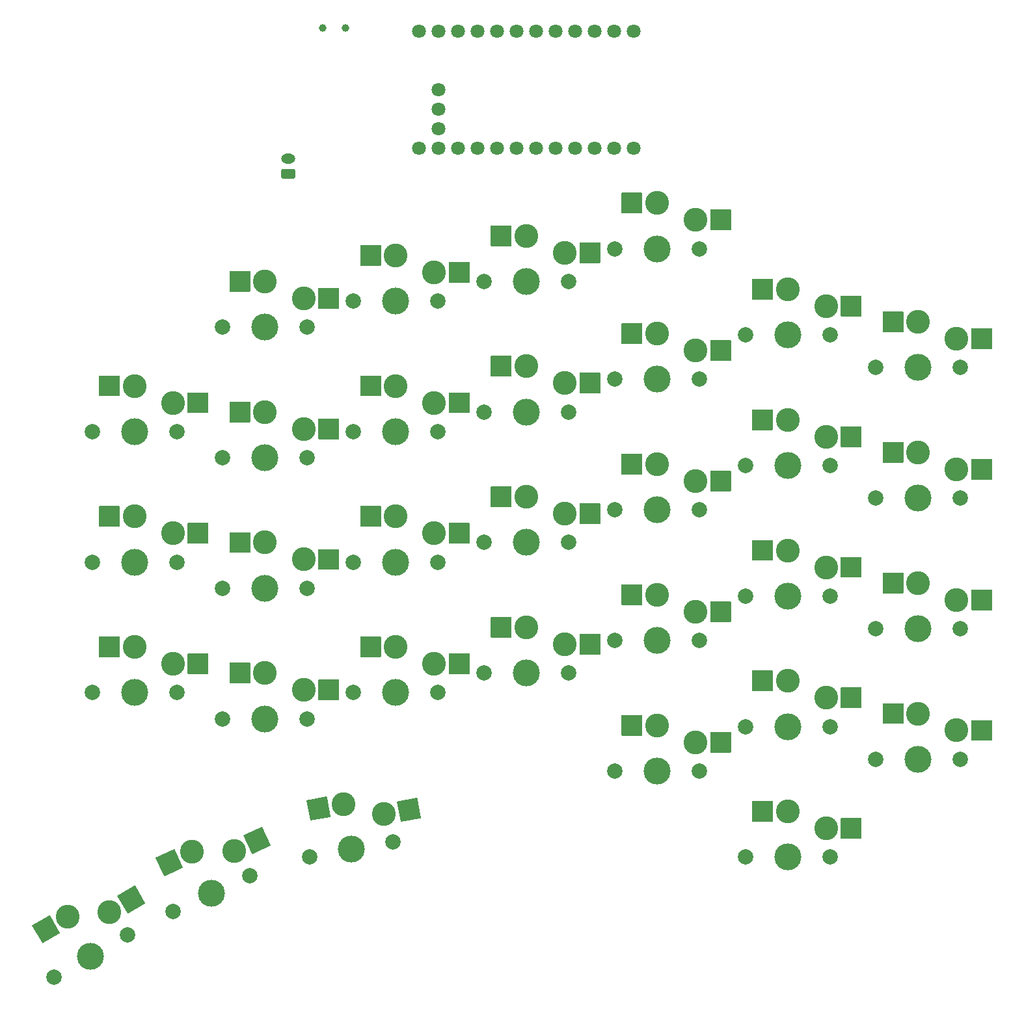
<source format=gbs>
G04 #@! TF.GenerationSoftware,KiCad,Pcbnew,8.0.8+1*
G04 #@! TF.CreationDate,2025-08-10T15:44:05+00:00*
G04 #@! TF.ProjectId,right_pcb,72696768-745f-4706-9362-2e6b69636164,v0.2*
G04 #@! TF.SameCoordinates,Original*
G04 #@! TF.FileFunction,Soldermask,Bot*
G04 #@! TF.FilePolarity,Negative*
%FSLAX46Y46*%
G04 Gerber Fmt 4.6, Leading zero omitted, Abs format (unit mm)*
G04 Created by KiCad (PCBNEW 8.0.8+1) date 2025-08-10 15:44:05*
%MOMM*%
%LPD*%
G01*
G04 APERTURE LIST*
%ADD10O,1.850000X1.300000*%
%ADD11C,1.800000*%
%ADD12C,1.000000*%
%ADD13C,2.000000*%
%ADD14C,3.100000*%
%ADD15C,3.500000*%
G04 APERTURE END LIST*
G36*
G01*
X223665000Y-57420000D02*
X222335000Y-57420000D01*
G75*
G02*
X222075000Y-57160000I0J260000D01*
G01*
X222075000Y-56380000D01*
G75*
G02*
X222335000Y-56120000I260000J0D01*
G01*
X223665000Y-56120000D01*
G75*
G02*
X223925000Y-56380000I0J-260000D01*
G01*
X223925000Y-57160000D01*
G75*
G02*
X223665000Y-57420000I-260000J0D01*
G01*
G37*
D10*
X223000000Y-54770000D03*
D11*
X267950000Y-53390000D03*
X265410000Y-53390000D03*
X262870000Y-53390000D03*
X260330000Y-53390000D03*
X257790000Y-53390000D03*
X255250000Y-53390000D03*
X252710000Y-53390000D03*
X250170000Y-53390000D03*
X247630000Y-53390000D03*
X245090000Y-53390000D03*
X242550000Y-53390000D03*
X240010000Y-53390000D03*
X240010000Y-38150000D03*
X242550000Y-38150000D03*
X245090000Y-38150000D03*
X247630000Y-38150000D03*
X250170000Y-38150000D03*
X252710000Y-38150000D03*
X255250000Y-38150000D03*
X257790000Y-38150000D03*
X260330000Y-38150000D03*
X262870000Y-38150000D03*
X265410000Y-38150000D03*
X267950000Y-38150000D03*
X242550000Y-50850000D03*
X242550000Y-48310000D03*
X242550000Y-45770000D03*
D12*
X227500000Y-37745000D03*
X230500000Y-37745000D03*
D13*
X214500000Y-93730000D03*
D14*
X220000000Y-87780000D03*
D15*
X220000000Y-93730000D03*
D14*
X225000000Y-89980000D03*
D13*
X225500000Y-93730000D03*
G36*
G01*
X215375000Y-89080000D02*
X215375000Y-86480000D01*
G75*
G02*
X215425000Y-86430000I50000J0D01*
G01*
X218025000Y-86430000D01*
G75*
G02*
X218075000Y-86480000I0J-50000D01*
G01*
X218075000Y-89080000D01*
G75*
G02*
X218025000Y-89130000I-50000J0D01*
G01*
X215425000Y-89130000D01*
G75*
G02*
X215375000Y-89080000I0J50000D01*
G01*
G37*
G36*
G01*
X226925000Y-91280000D02*
X226925000Y-88680000D01*
G75*
G02*
X226975000Y-88630000I50000J0D01*
G01*
X229575000Y-88630000D01*
G75*
G02*
X229625000Y-88680000I0J-50000D01*
G01*
X229625000Y-91280000D01*
G75*
G02*
X229575000Y-91330000I-50000J0D01*
G01*
X226975000Y-91330000D01*
G75*
G02*
X226925000Y-91280000I0J50000D01*
G01*
G37*
X248500000Y-87780000D03*
D14*
X254000000Y-81830000D03*
D15*
X254000000Y-87780000D03*
D14*
X259000000Y-84030000D03*
D13*
X259500000Y-87780000D03*
G36*
G01*
X249375000Y-83130000D02*
X249375000Y-80530000D01*
G75*
G02*
X249425000Y-80480000I50000J0D01*
G01*
X252025000Y-80480000D01*
G75*
G02*
X252075000Y-80530000I0J-50000D01*
G01*
X252075000Y-83130000D01*
G75*
G02*
X252025000Y-83180000I-50000J0D01*
G01*
X249425000Y-83180000D01*
G75*
G02*
X249375000Y-83130000I0J50000D01*
G01*
G37*
G36*
G01*
X260925000Y-85330000D02*
X260925000Y-82730000D01*
G75*
G02*
X260975000Y-82680000I50000J0D01*
G01*
X263575000Y-82680000D01*
G75*
G02*
X263625000Y-82730000I0J-50000D01*
G01*
X263625000Y-85330000D01*
G75*
G02*
X263575000Y-85380000I-50000J0D01*
G01*
X260975000Y-85380000D01*
G75*
G02*
X260925000Y-85330000I0J50000D01*
G01*
G37*
X299500000Y-133000000D03*
D14*
X305000000Y-127050000D03*
D15*
X305000000Y-133000000D03*
D14*
X310000000Y-129250000D03*
D13*
X310500000Y-133000000D03*
G36*
G01*
X300375000Y-128350000D02*
X300375000Y-125750000D01*
G75*
G02*
X300425000Y-125700000I50000J0D01*
G01*
X303025000Y-125700000D01*
G75*
G02*
X303075000Y-125750000I0J-50000D01*
G01*
X303075000Y-128350000D01*
G75*
G02*
X303025000Y-128400000I-50000J0D01*
G01*
X300425000Y-128400000D01*
G75*
G02*
X300375000Y-128350000I0J50000D01*
G01*
G37*
G36*
G01*
X311925000Y-130550000D02*
X311925000Y-127950000D01*
G75*
G02*
X311975000Y-127900000I50000J0D01*
G01*
X314575000Y-127900000D01*
G75*
G02*
X314625000Y-127950000I0J-50000D01*
G01*
X314625000Y-130550000D01*
G75*
G02*
X314575000Y-130600000I-50000J0D01*
G01*
X311975000Y-130600000D01*
G75*
G02*
X311925000Y-130550000I0J50000D01*
G01*
G37*
X231500000Y-73330000D03*
D14*
X237000000Y-67380000D03*
D15*
X237000000Y-73330000D03*
D14*
X242000000Y-69580000D03*
D13*
X242500000Y-73330000D03*
G36*
G01*
X232375000Y-68680000D02*
X232375000Y-66080000D01*
G75*
G02*
X232425000Y-66030000I50000J0D01*
G01*
X235025000Y-66030000D01*
G75*
G02*
X235075000Y-66080000I0J-50000D01*
G01*
X235075000Y-68680000D01*
G75*
G02*
X235025000Y-68730000I-50000J0D01*
G01*
X232425000Y-68730000D01*
G75*
G02*
X232375000Y-68680000I0J50000D01*
G01*
G37*
G36*
G01*
X243925000Y-70880000D02*
X243925000Y-68280000D01*
G75*
G02*
X243975000Y-68230000I50000J0D01*
G01*
X246575000Y-68230000D01*
G75*
G02*
X246625000Y-68280000I0J-50000D01*
G01*
X246625000Y-70880000D01*
G75*
G02*
X246575000Y-70930000I-50000J0D01*
G01*
X243975000Y-70930000D01*
G75*
G02*
X243925000Y-70880000I0J50000D01*
G01*
G37*
X192543555Y-161400170D03*
D14*
X194331695Y-153497319D03*
D15*
X197306695Y-158650170D03*
D14*
X199761822Y-152902575D03*
D13*
X202069835Y-155900170D03*
G36*
G01*
X190976328Y-156935652D02*
X189676328Y-154683986D01*
G75*
G02*
X189694629Y-154615685I43301J25000D01*
G01*
X191946295Y-153315685D01*
G75*
G02*
X192014596Y-153333986I25000J-43301D01*
G01*
X193314596Y-155585652D01*
G75*
G02*
X193296295Y-155653953I-43301J-25000D01*
G01*
X191044629Y-156953953D01*
G75*
G02*
X190976328Y-156935652I-25000J43301D01*
G01*
G37*
G36*
G01*
X202078921Y-153065908D02*
X200778921Y-150814242D01*
G75*
G02*
X200797222Y-150745941I43301J25000D01*
G01*
X203048888Y-149445941D01*
G75*
G02*
X203117189Y-149464242I25000J-43301D01*
G01*
X204417189Y-151715908D01*
G75*
G02*
X204398888Y-151784209I-43301J-25000D01*
G01*
X202147222Y-153084209D01*
G75*
G02*
X202078921Y-153065908I-25000J43301D01*
G01*
G37*
X231500000Y-124330000D03*
D14*
X237000000Y-118380000D03*
D15*
X237000000Y-124330000D03*
D14*
X242000000Y-120580000D03*
D13*
X242500000Y-124330000D03*
G36*
G01*
X232375000Y-119680000D02*
X232375000Y-117080000D01*
G75*
G02*
X232425000Y-117030000I50000J0D01*
G01*
X235025000Y-117030000D01*
G75*
G02*
X235075000Y-117080000I0J-50000D01*
G01*
X235075000Y-119680000D01*
G75*
G02*
X235025000Y-119730000I-50000J0D01*
G01*
X232425000Y-119730000D01*
G75*
G02*
X232375000Y-119680000I0J50000D01*
G01*
G37*
G36*
G01*
X243925000Y-121880000D02*
X243925000Y-119280000D01*
G75*
G02*
X243975000Y-119230000I50000J0D01*
G01*
X246575000Y-119230000D01*
G75*
G02*
X246625000Y-119280000I0J-50000D01*
G01*
X246625000Y-121880000D01*
G75*
G02*
X246575000Y-121930000I-50000J0D01*
G01*
X243975000Y-121930000D01*
G75*
G02*
X243925000Y-121880000I0J50000D01*
G01*
G37*
X299500000Y-116000000D03*
D14*
X305000000Y-110050000D03*
D15*
X305000000Y-116000000D03*
D14*
X310000000Y-112250000D03*
D13*
X310500000Y-116000000D03*
G36*
G01*
X300375000Y-111350000D02*
X300375000Y-108750000D01*
G75*
G02*
X300425000Y-108700000I50000J0D01*
G01*
X303025000Y-108700000D01*
G75*
G02*
X303075000Y-108750000I0J-50000D01*
G01*
X303075000Y-111350000D01*
G75*
G02*
X303025000Y-111400000I-50000J0D01*
G01*
X300425000Y-111400000D01*
G75*
G02*
X300375000Y-111350000I0J50000D01*
G01*
G37*
G36*
G01*
X311925000Y-113550000D02*
X311925000Y-110950000D01*
G75*
G02*
X311975000Y-110900000I50000J0D01*
G01*
X314575000Y-110900000D01*
G75*
G02*
X314625000Y-110950000I0J-50000D01*
G01*
X314625000Y-113550000D01*
G75*
G02*
X314575000Y-113600000I-50000J0D01*
G01*
X311975000Y-113600000D01*
G75*
G02*
X311925000Y-113550000I0J50000D01*
G01*
G37*
X299500000Y-82000000D03*
D14*
X305000000Y-76050000D03*
D15*
X305000000Y-82000000D03*
D14*
X310000000Y-78250000D03*
D13*
X310500000Y-82000000D03*
G36*
G01*
X300375000Y-77350000D02*
X300375000Y-74750000D01*
G75*
G02*
X300425000Y-74700000I50000J0D01*
G01*
X303025000Y-74700000D01*
G75*
G02*
X303075000Y-74750000I0J-50000D01*
G01*
X303075000Y-77350000D01*
G75*
G02*
X303025000Y-77400000I-50000J0D01*
G01*
X300425000Y-77400000D01*
G75*
G02*
X300375000Y-77350000I0J50000D01*
G01*
G37*
G36*
G01*
X311925000Y-79550000D02*
X311925000Y-76950000D01*
G75*
G02*
X311975000Y-76900000I50000J0D01*
G01*
X314575000Y-76900000D01*
G75*
G02*
X314625000Y-76950000I0J-50000D01*
G01*
X314625000Y-79550000D01*
G75*
G02*
X314575000Y-79600000I-50000J0D01*
G01*
X311975000Y-79600000D01*
G75*
G02*
X311925000Y-79550000I0J50000D01*
G01*
G37*
X282500000Y-128750000D03*
D14*
X288000000Y-122800000D03*
D15*
X288000000Y-128750000D03*
D14*
X293000000Y-125000000D03*
D13*
X293500000Y-128750000D03*
G36*
G01*
X283375000Y-124100000D02*
X283375000Y-121500000D01*
G75*
G02*
X283425000Y-121450000I50000J0D01*
G01*
X286025000Y-121450000D01*
G75*
G02*
X286075000Y-121500000I0J-50000D01*
G01*
X286075000Y-124100000D01*
G75*
G02*
X286025000Y-124150000I-50000J0D01*
G01*
X283425000Y-124150000D01*
G75*
G02*
X283375000Y-124100000I0J50000D01*
G01*
G37*
G36*
G01*
X294925000Y-126300000D02*
X294925000Y-123700000D01*
G75*
G02*
X294975000Y-123650000I50000J0D01*
G01*
X297575000Y-123650000D01*
G75*
G02*
X297625000Y-123700000I0J-50000D01*
G01*
X297625000Y-126300000D01*
G75*
G02*
X297575000Y-126350000I-50000J0D01*
G01*
X294975000Y-126350000D01*
G75*
G02*
X294925000Y-126300000I0J50000D01*
G01*
G37*
X248500000Y-121780000D03*
D14*
X254000000Y-115830000D03*
D15*
X254000000Y-121780000D03*
D14*
X259000000Y-118030000D03*
D13*
X259500000Y-121780000D03*
G36*
G01*
X249375000Y-117130000D02*
X249375000Y-114530000D01*
G75*
G02*
X249425000Y-114480000I50000J0D01*
G01*
X252025000Y-114480000D01*
G75*
G02*
X252075000Y-114530000I0J-50000D01*
G01*
X252075000Y-117130000D01*
G75*
G02*
X252025000Y-117180000I-50000J0D01*
G01*
X249425000Y-117180000D01*
G75*
G02*
X249375000Y-117130000I0J50000D01*
G01*
G37*
G36*
G01*
X260925000Y-119330000D02*
X260925000Y-116730000D01*
G75*
G02*
X260975000Y-116680000I50000J0D01*
G01*
X263575000Y-116680000D01*
G75*
G02*
X263625000Y-116730000I0J-50000D01*
G01*
X263625000Y-119330000D01*
G75*
G02*
X263575000Y-119380000I-50000J0D01*
G01*
X260975000Y-119380000D01*
G75*
G02*
X260925000Y-119330000I0J50000D01*
G01*
G37*
X214500000Y-127730000D03*
D14*
X220000000Y-121780000D03*
D15*
X220000000Y-127730000D03*
D14*
X225000000Y-123980000D03*
D13*
X225500000Y-127730000D03*
G36*
G01*
X215375000Y-123080000D02*
X215375000Y-120480000D01*
G75*
G02*
X215425000Y-120430000I50000J0D01*
G01*
X218025000Y-120430000D01*
G75*
G02*
X218075000Y-120480000I0J-50000D01*
G01*
X218075000Y-123080000D01*
G75*
G02*
X218025000Y-123130000I-50000J0D01*
G01*
X215425000Y-123130000D01*
G75*
G02*
X215375000Y-123080000I0J50000D01*
G01*
G37*
G36*
G01*
X226925000Y-125280000D02*
X226925000Y-122680000D01*
G75*
G02*
X226975000Y-122630000I50000J0D01*
G01*
X229575000Y-122630000D01*
G75*
G02*
X229625000Y-122680000I0J-50000D01*
G01*
X229625000Y-125280000D01*
G75*
G02*
X229575000Y-125330000I-50000J0D01*
G01*
X226975000Y-125330000D01*
G75*
G02*
X226925000Y-125280000I0J50000D01*
G01*
G37*
X197500000Y-90330000D03*
D14*
X203000000Y-84380000D03*
D15*
X203000000Y-90330000D03*
D14*
X208000000Y-86580000D03*
D13*
X208500000Y-90330000D03*
G36*
G01*
X198375000Y-85680000D02*
X198375000Y-83080000D01*
G75*
G02*
X198425000Y-83030000I50000J0D01*
G01*
X201025000Y-83030000D01*
G75*
G02*
X201075000Y-83080000I0J-50000D01*
G01*
X201075000Y-85680000D01*
G75*
G02*
X201025000Y-85730000I-50000J0D01*
G01*
X198425000Y-85730000D01*
G75*
G02*
X198375000Y-85680000I0J50000D01*
G01*
G37*
G36*
G01*
X209925000Y-87880000D02*
X209925000Y-85280000D01*
G75*
G02*
X209975000Y-85230000I50000J0D01*
G01*
X212575000Y-85230000D01*
G75*
G02*
X212625000Y-85280000I0J-50000D01*
G01*
X212625000Y-87880000D01*
G75*
G02*
X212575000Y-87930000I-50000J0D01*
G01*
X209975000Y-87930000D01*
G75*
G02*
X209925000Y-87880000I0J50000D01*
G01*
G37*
X282500000Y-145750000D03*
D14*
X288000000Y-139800000D03*
D15*
X288000000Y-145750000D03*
D14*
X293000000Y-142000000D03*
D13*
X293500000Y-145750000D03*
G36*
G01*
X283375000Y-141100000D02*
X283375000Y-138500000D01*
G75*
G02*
X283425000Y-138450000I50000J0D01*
G01*
X286025000Y-138450000D01*
G75*
G02*
X286075000Y-138500000I0J-50000D01*
G01*
X286075000Y-141100000D01*
G75*
G02*
X286025000Y-141150000I-50000J0D01*
G01*
X283425000Y-141150000D01*
G75*
G02*
X283375000Y-141100000I0J50000D01*
G01*
G37*
G36*
G01*
X294925000Y-143300000D02*
X294925000Y-140700000D01*
G75*
G02*
X294975000Y-140650000I50000J0D01*
G01*
X297575000Y-140650000D01*
G75*
G02*
X297625000Y-140700000I0J-50000D01*
G01*
X297625000Y-143300000D01*
G75*
G02*
X297575000Y-143350000I-50000J0D01*
G01*
X294975000Y-143350000D01*
G75*
G02*
X294925000Y-143300000I0J50000D01*
G01*
G37*
X214500000Y-110730000D03*
D14*
X220000000Y-104780000D03*
D15*
X220000000Y-110730000D03*
D14*
X225000000Y-106980000D03*
D13*
X225500000Y-110730000D03*
G36*
G01*
X215375000Y-106080000D02*
X215375000Y-103480000D01*
G75*
G02*
X215425000Y-103430000I50000J0D01*
G01*
X218025000Y-103430000D01*
G75*
G02*
X218075000Y-103480000I0J-50000D01*
G01*
X218075000Y-106080000D01*
G75*
G02*
X218025000Y-106130000I-50000J0D01*
G01*
X215425000Y-106130000D01*
G75*
G02*
X215375000Y-106080000I0J50000D01*
G01*
G37*
G36*
G01*
X226925000Y-108280000D02*
X226925000Y-105680000D01*
G75*
G02*
X226975000Y-105630000I50000J0D01*
G01*
X229575000Y-105630000D01*
G75*
G02*
X229625000Y-105680000I0J-50000D01*
G01*
X229625000Y-108280000D01*
G75*
G02*
X229575000Y-108330000I-50000J0D01*
G01*
X226975000Y-108330000D01*
G75*
G02*
X226925000Y-108280000I0J50000D01*
G01*
G37*
X214500000Y-76730000D03*
D14*
X220000000Y-70780000D03*
D15*
X220000000Y-76730000D03*
D14*
X225000000Y-72980000D03*
D13*
X225500000Y-76730000D03*
G36*
G01*
X215375000Y-72080000D02*
X215375000Y-69480000D01*
G75*
G02*
X215425000Y-69430000I50000J0D01*
G01*
X218025000Y-69430000D01*
G75*
G02*
X218075000Y-69480000I0J-50000D01*
G01*
X218075000Y-72080000D01*
G75*
G02*
X218025000Y-72130000I-50000J0D01*
G01*
X215425000Y-72130000D01*
G75*
G02*
X215375000Y-72080000I0J50000D01*
G01*
G37*
G36*
G01*
X226925000Y-74280000D02*
X226925000Y-71680000D01*
G75*
G02*
X226975000Y-71630000I50000J0D01*
G01*
X229575000Y-71630000D01*
G75*
G02*
X229625000Y-71680000I0J-50000D01*
G01*
X229625000Y-74280000D01*
G75*
G02*
X229575000Y-74330000I-50000J0D01*
G01*
X226975000Y-74330000D01*
G75*
G02*
X226925000Y-74280000I0J50000D01*
G01*
G37*
X282500000Y-111750000D03*
D14*
X288000000Y-105800000D03*
D15*
X288000000Y-111750000D03*
D14*
X293000000Y-108000000D03*
D13*
X293500000Y-111750000D03*
G36*
G01*
X283375000Y-107100000D02*
X283375000Y-104500000D01*
G75*
G02*
X283425000Y-104450000I50000J0D01*
G01*
X286025000Y-104450000D01*
G75*
G02*
X286075000Y-104500000I0J-50000D01*
G01*
X286075000Y-107100000D01*
G75*
G02*
X286025000Y-107150000I-50000J0D01*
G01*
X283425000Y-107150000D01*
G75*
G02*
X283375000Y-107100000I0J50000D01*
G01*
G37*
G36*
G01*
X294925000Y-109300000D02*
X294925000Y-106700000D01*
G75*
G02*
X294975000Y-106650000I50000J0D01*
G01*
X297575000Y-106650000D01*
G75*
G02*
X297625000Y-106700000I0J-50000D01*
G01*
X297625000Y-109300000D01*
G75*
G02*
X297575000Y-109350000I-50000J0D01*
G01*
X294975000Y-109350000D01*
G75*
G02*
X294925000Y-109300000I0J50000D01*
G01*
G37*
X208044579Y-152789914D03*
D14*
X210514693Y-145072983D03*
D15*
X213029272Y-150465514D03*
D14*
X215975992Y-144953768D03*
D13*
X218013965Y-148141114D03*
G36*
G01*
X206872424Y-148205792D02*
X205773616Y-145849392D01*
G75*
G02*
X205797800Y-145782946I45315J21131D01*
G01*
X208154200Y-144684138D01*
G75*
G02*
X208220646Y-144708322I21131J-45315D01*
G01*
X209319454Y-147064722D01*
G75*
G02*
X209295270Y-147131168I-45315J-21131D01*
G01*
X206938870Y-148229976D01*
G75*
G02*
X206872424Y-148205792I-21131J45315D01*
G01*
G37*
G36*
G01*
X218270039Y-145318429D02*
X217171231Y-142962029D01*
G75*
G02*
X217195415Y-142895583I45315J21131D01*
G01*
X219551815Y-141796775D01*
G75*
G02*
X219618261Y-141820959I21131J-45315D01*
G01*
X220717069Y-144177359D01*
G75*
G02*
X220692885Y-144243805I-45315J-21131D01*
G01*
X218336485Y-145342613D01*
G75*
G02*
X218270039Y-145318429I-21131J45315D01*
G01*
G37*
X197500000Y-107330000D03*
D14*
X203000000Y-101380000D03*
D15*
X203000000Y-107330000D03*
D14*
X208000000Y-103580000D03*
D13*
X208500000Y-107330000D03*
G36*
G01*
X198375000Y-102680000D02*
X198375000Y-100080000D01*
G75*
G02*
X198425000Y-100030000I50000J0D01*
G01*
X201025000Y-100030000D01*
G75*
G02*
X201075000Y-100080000I0J-50000D01*
G01*
X201075000Y-102680000D01*
G75*
G02*
X201025000Y-102730000I-50000J0D01*
G01*
X198425000Y-102730000D01*
G75*
G02*
X198375000Y-102680000I0J50000D01*
G01*
G37*
G36*
G01*
X209925000Y-104880000D02*
X209925000Y-102280000D01*
G75*
G02*
X209975000Y-102230000I50000J0D01*
G01*
X212575000Y-102230000D01*
G75*
G02*
X212625000Y-102280000I0J-50000D01*
G01*
X212625000Y-104880000D01*
G75*
G02*
X212575000Y-104930000I-50000J0D01*
G01*
X209975000Y-104930000D01*
G75*
G02*
X209925000Y-104880000I0J50000D01*
G01*
G37*
X248500000Y-104780000D03*
D14*
X254000000Y-98830000D03*
D15*
X254000000Y-104780000D03*
D14*
X259000000Y-101030000D03*
D13*
X259500000Y-104780000D03*
G36*
G01*
X249375000Y-100130000D02*
X249375000Y-97530000D01*
G75*
G02*
X249425000Y-97480000I50000J0D01*
G01*
X252025000Y-97480000D01*
G75*
G02*
X252075000Y-97530000I0J-50000D01*
G01*
X252075000Y-100130000D01*
G75*
G02*
X252025000Y-100180000I-50000J0D01*
G01*
X249425000Y-100180000D01*
G75*
G02*
X249375000Y-100130000I0J50000D01*
G01*
G37*
G36*
G01*
X260925000Y-102330000D02*
X260925000Y-99730000D01*
G75*
G02*
X260975000Y-99680000I50000J0D01*
G01*
X263575000Y-99680000D01*
G75*
G02*
X263625000Y-99730000I0J-50000D01*
G01*
X263625000Y-102330000D01*
G75*
G02*
X263575000Y-102380000I-50000J0D01*
G01*
X260975000Y-102380000D01*
G75*
G02*
X260925000Y-102330000I0J50000D01*
G01*
G37*
X265500000Y-100530000D03*
D14*
X271000000Y-94580000D03*
D15*
X271000000Y-100530000D03*
D14*
X276000000Y-96780000D03*
D13*
X276500000Y-100530000D03*
G36*
G01*
X266375000Y-95880000D02*
X266375000Y-93280000D01*
G75*
G02*
X266425000Y-93230000I50000J0D01*
G01*
X269025000Y-93230000D01*
G75*
G02*
X269075000Y-93280000I0J-50000D01*
G01*
X269075000Y-95880000D01*
G75*
G02*
X269025000Y-95930000I-50000J0D01*
G01*
X266425000Y-95930000D01*
G75*
G02*
X266375000Y-95880000I0J50000D01*
G01*
G37*
G36*
G01*
X277925000Y-98080000D02*
X277925000Y-95480000D01*
G75*
G02*
X277975000Y-95430000I50000J0D01*
G01*
X280575000Y-95430000D01*
G75*
G02*
X280625000Y-95480000I0J-50000D01*
G01*
X280625000Y-98080000D01*
G75*
G02*
X280575000Y-98130000I-50000J0D01*
G01*
X277975000Y-98130000D01*
G75*
G02*
X277925000Y-98080000I0J50000D01*
G01*
G37*
X265500000Y-83530000D03*
D14*
X271000000Y-77580000D03*
D15*
X271000000Y-83530000D03*
D14*
X276000000Y-79780000D03*
D13*
X276500000Y-83530000D03*
G36*
G01*
X266375000Y-78880000D02*
X266375000Y-76280000D01*
G75*
G02*
X266425000Y-76230000I50000J0D01*
G01*
X269025000Y-76230000D01*
G75*
G02*
X269075000Y-76280000I0J-50000D01*
G01*
X269075000Y-78880000D01*
G75*
G02*
X269025000Y-78930000I-50000J0D01*
G01*
X266425000Y-78930000D01*
G75*
G02*
X266375000Y-78880000I0J50000D01*
G01*
G37*
G36*
G01*
X277925000Y-81080000D02*
X277925000Y-78480000D01*
G75*
G02*
X277975000Y-78430000I50000J0D01*
G01*
X280575000Y-78430000D01*
G75*
G02*
X280625000Y-78480000I0J-50000D01*
G01*
X280625000Y-81080000D01*
G75*
G02*
X280575000Y-81130000I-50000J0D01*
G01*
X277975000Y-81130000D01*
G75*
G02*
X277925000Y-81080000I0J50000D01*
G01*
G37*
X231500000Y-107330000D03*
D14*
X237000000Y-101380000D03*
D15*
X237000000Y-107330000D03*
D14*
X242000000Y-103580000D03*
D13*
X242500000Y-107330000D03*
G36*
G01*
X232375000Y-102680000D02*
X232375000Y-100080000D01*
G75*
G02*
X232425000Y-100030000I50000J0D01*
G01*
X235025000Y-100030000D01*
G75*
G02*
X235075000Y-100080000I0J-50000D01*
G01*
X235075000Y-102680000D01*
G75*
G02*
X235025000Y-102730000I-50000J0D01*
G01*
X232425000Y-102730000D01*
G75*
G02*
X232375000Y-102680000I0J50000D01*
G01*
G37*
G36*
G01*
X243925000Y-104880000D02*
X243925000Y-102280000D01*
G75*
G02*
X243975000Y-102230000I50000J0D01*
G01*
X246575000Y-102230000D01*
G75*
G02*
X246625000Y-102280000I0J-50000D01*
G01*
X246625000Y-104880000D01*
G75*
G02*
X246575000Y-104930000I-50000J0D01*
G01*
X243975000Y-104930000D01*
G75*
G02*
X243925000Y-104880000I0J50000D01*
G01*
G37*
X265500000Y-134530000D03*
D14*
X271000000Y-128580000D03*
D15*
X271000000Y-134530000D03*
D14*
X276000000Y-130780000D03*
D13*
X276500000Y-134530000D03*
G36*
G01*
X266375000Y-129880000D02*
X266375000Y-127280000D01*
G75*
G02*
X266425000Y-127230000I50000J0D01*
G01*
X269025000Y-127230000D01*
G75*
G02*
X269075000Y-127280000I0J-50000D01*
G01*
X269075000Y-129880000D01*
G75*
G02*
X269025000Y-129930000I-50000J0D01*
G01*
X266425000Y-129930000D01*
G75*
G02*
X266375000Y-129880000I0J50000D01*
G01*
G37*
G36*
G01*
X277925000Y-132080000D02*
X277925000Y-129480000D01*
G75*
G02*
X277975000Y-129430000I50000J0D01*
G01*
X280575000Y-129430000D01*
G75*
G02*
X280625000Y-129480000I0J-50000D01*
G01*
X280625000Y-132080000D01*
G75*
G02*
X280575000Y-132130000I-50000J0D01*
G01*
X277975000Y-132130000D01*
G75*
G02*
X277925000Y-132080000I0J50000D01*
G01*
G37*
X299500000Y-99000000D03*
D14*
X305000000Y-93050000D03*
D15*
X305000000Y-99000000D03*
D14*
X310000000Y-95250000D03*
D13*
X310500000Y-99000000D03*
G36*
G01*
X300375000Y-94350000D02*
X300375000Y-91750000D01*
G75*
G02*
X300425000Y-91700000I50000J0D01*
G01*
X303025000Y-91700000D01*
G75*
G02*
X303075000Y-91750000I0J-50000D01*
G01*
X303075000Y-94350000D01*
G75*
G02*
X303025000Y-94400000I-50000J0D01*
G01*
X300425000Y-94400000D01*
G75*
G02*
X300375000Y-94350000I0J50000D01*
G01*
G37*
G36*
G01*
X311925000Y-96550000D02*
X311925000Y-93950000D01*
G75*
G02*
X311975000Y-93900000I50000J0D01*
G01*
X314575000Y-93900000D01*
G75*
G02*
X314625000Y-93950000I0J-50000D01*
G01*
X314625000Y-96550000D01*
G75*
G02*
X314575000Y-96600000I-50000J0D01*
G01*
X311975000Y-96600000D01*
G75*
G02*
X311925000Y-96550000I0J50000D01*
G01*
G37*
X265500000Y-66530000D03*
D14*
X271000000Y-60580000D03*
D15*
X271000000Y-66530000D03*
D14*
X276000000Y-62780000D03*
D13*
X276500000Y-66530000D03*
G36*
G01*
X266375000Y-61880000D02*
X266375000Y-59280000D01*
G75*
G02*
X266425000Y-59230000I50000J0D01*
G01*
X269025000Y-59230000D01*
G75*
G02*
X269075000Y-59280000I0J-50000D01*
G01*
X269075000Y-61880000D01*
G75*
G02*
X269025000Y-61930000I-50000J0D01*
G01*
X266425000Y-61930000D01*
G75*
G02*
X266375000Y-61880000I0J50000D01*
G01*
G37*
G36*
G01*
X277925000Y-64080000D02*
X277925000Y-61480000D01*
G75*
G02*
X277975000Y-61430000I50000J0D01*
G01*
X280575000Y-61430000D01*
G75*
G02*
X280625000Y-61480000I0J-50000D01*
G01*
X280625000Y-64080000D01*
G75*
G02*
X280575000Y-64130000I-50000J0D01*
G01*
X277975000Y-64130000D01*
G75*
G02*
X277925000Y-64080000I0J50000D01*
G01*
G37*
X265500000Y-117530000D03*
D14*
X271000000Y-111580000D03*
D15*
X271000000Y-117530000D03*
D14*
X276000000Y-113780000D03*
D13*
X276500000Y-117530000D03*
G36*
G01*
X266375000Y-112880000D02*
X266375000Y-110280000D01*
G75*
G02*
X266425000Y-110230000I50000J0D01*
G01*
X269025000Y-110230000D01*
G75*
G02*
X269075000Y-110280000I0J-50000D01*
G01*
X269075000Y-112880000D01*
G75*
G02*
X269025000Y-112930000I-50000J0D01*
G01*
X266425000Y-112930000D01*
G75*
G02*
X266375000Y-112880000I0J50000D01*
G01*
G37*
G36*
G01*
X277925000Y-115080000D02*
X277925000Y-112480000D01*
G75*
G02*
X277975000Y-112430000I50000J0D01*
G01*
X280575000Y-112430000D01*
G75*
G02*
X280625000Y-112480000I0J-50000D01*
G01*
X280625000Y-115080000D01*
G75*
G02*
X280575000Y-115130000I-50000J0D01*
G01*
X277975000Y-115130000D01*
G75*
G02*
X277925000Y-115080000I0J50000D01*
G01*
G37*
X248500000Y-70780000D03*
D14*
X254000000Y-64830000D03*
D15*
X254000000Y-70780000D03*
D14*
X259000000Y-67030000D03*
D13*
X259500000Y-70780000D03*
G36*
G01*
X249375000Y-66130000D02*
X249375000Y-63530000D01*
G75*
G02*
X249425000Y-63480000I50000J0D01*
G01*
X252025000Y-63480000D01*
G75*
G02*
X252075000Y-63530000I0J-50000D01*
G01*
X252075000Y-66130000D01*
G75*
G02*
X252025000Y-66180000I-50000J0D01*
G01*
X249425000Y-66180000D01*
G75*
G02*
X249375000Y-66130000I0J50000D01*
G01*
G37*
G36*
G01*
X260925000Y-68330000D02*
X260925000Y-65730000D01*
G75*
G02*
X260975000Y-65680000I50000J0D01*
G01*
X263575000Y-65680000D01*
G75*
G02*
X263625000Y-65730000I0J-50000D01*
G01*
X263625000Y-68330000D01*
G75*
G02*
X263575000Y-68380000I-50000J0D01*
G01*
X260975000Y-68380000D01*
G75*
G02*
X260925000Y-68330000I0J50000D01*
G01*
G37*
X231500000Y-90330000D03*
D14*
X237000000Y-84380000D03*
D15*
X237000000Y-90330000D03*
D14*
X242000000Y-86580000D03*
D13*
X242500000Y-90330000D03*
G36*
G01*
X232375000Y-85680000D02*
X232375000Y-83080000D01*
G75*
G02*
X232425000Y-83030000I50000J0D01*
G01*
X235025000Y-83030000D01*
G75*
G02*
X235075000Y-83080000I0J-50000D01*
G01*
X235075000Y-85680000D01*
G75*
G02*
X235025000Y-85730000I-50000J0D01*
G01*
X232425000Y-85730000D01*
G75*
G02*
X232375000Y-85680000I0J50000D01*
G01*
G37*
G36*
G01*
X243925000Y-87880000D02*
X243925000Y-85280000D01*
G75*
G02*
X243975000Y-85230000I50000J0D01*
G01*
X246575000Y-85230000D01*
G75*
G02*
X246625000Y-85280000I0J-50000D01*
G01*
X246625000Y-87880000D01*
G75*
G02*
X246575000Y-87930000I-50000J0D01*
G01*
X243975000Y-87930000D01*
G75*
G02*
X243925000Y-87880000I0J50000D01*
G01*
G37*
X282500000Y-94750000D03*
D14*
X288000000Y-88800000D03*
D15*
X288000000Y-94750000D03*
D14*
X293000000Y-91000000D03*
D13*
X293500000Y-94750000D03*
G36*
G01*
X283375000Y-90100000D02*
X283375000Y-87500000D01*
G75*
G02*
X283425000Y-87450000I50000J0D01*
G01*
X286025000Y-87450000D01*
G75*
G02*
X286075000Y-87500000I0J-50000D01*
G01*
X286075000Y-90100000D01*
G75*
G02*
X286025000Y-90150000I-50000J0D01*
G01*
X283425000Y-90150000D01*
G75*
G02*
X283375000Y-90100000I0J50000D01*
G01*
G37*
G36*
G01*
X294925000Y-92300000D02*
X294925000Y-89700000D01*
G75*
G02*
X294975000Y-89650000I50000J0D01*
G01*
X297575000Y-89650000D01*
G75*
G02*
X297625000Y-89700000I0J-50000D01*
G01*
X297625000Y-92300000D01*
G75*
G02*
X297575000Y-92350000I-50000J0D01*
G01*
X294975000Y-92350000D01*
G75*
G02*
X294925000Y-92300000I0J50000D01*
G01*
G37*
X282500000Y-77750000D03*
D14*
X288000000Y-71800000D03*
D15*
X288000000Y-77750000D03*
D14*
X293000000Y-74000000D03*
D13*
X293500000Y-77750000D03*
G36*
G01*
X283375000Y-73100000D02*
X283375000Y-70500000D01*
G75*
G02*
X283425000Y-70450000I50000J0D01*
G01*
X286025000Y-70450000D01*
G75*
G02*
X286075000Y-70500000I0J-50000D01*
G01*
X286075000Y-73100000D01*
G75*
G02*
X286025000Y-73150000I-50000J0D01*
G01*
X283425000Y-73150000D01*
G75*
G02*
X283375000Y-73100000I0J50000D01*
G01*
G37*
G36*
G01*
X294925000Y-75300000D02*
X294925000Y-72700000D01*
G75*
G02*
X294975000Y-72650000I50000J0D01*
G01*
X297575000Y-72650000D01*
G75*
G02*
X297625000Y-72700000I0J-50000D01*
G01*
X297625000Y-75300000D01*
G75*
G02*
X297575000Y-75350000I-50000J0D01*
G01*
X294975000Y-75350000D01*
G75*
G02*
X294925000Y-75300000I0J50000D01*
G01*
G37*
X225803557Y-145685065D03*
D14*
X230186793Y-138870394D03*
D15*
X231220000Y-144730000D03*
D14*
X235492858Y-140168730D03*
D13*
X236636443Y-143774935D03*
G36*
G01*
X225857801Y-140953767D02*
X225406315Y-138393267D01*
G75*
G02*
X225446873Y-138335345I49240J8682D01*
G01*
X228007373Y-137883859D01*
G75*
G02*
X228065295Y-137924417I8682J-49240D01*
G01*
X228516781Y-140484917D01*
G75*
G02*
X228476223Y-140542839I-49240J-8682D01*
G01*
X225915723Y-140994325D01*
G75*
G02*
X225857801Y-140953767I-8682J49240D01*
G01*
G37*
G36*
G01*
X237614356Y-141114707D02*
X237162870Y-138554207D01*
G75*
G02*
X237203428Y-138496285I49240J8682D01*
G01*
X239763928Y-138044799D01*
G75*
G02*
X239821850Y-138085357I8682J-49240D01*
G01*
X240273336Y-140645857D01*
G75*
G02*
X240232778Y-140703779I-49240J-8682D01*
G01*
X237672278Y-141155265D01*
G75*
G02*
X237614356Y-141114707I-8682J49240D01*
G01*
G37*
X197500000Y-124330000D03*
D14*
X203000000Y-118380000D03*
D15*
X203000000Y-124330000D03*
D14*
X208000000Y-120580000D03*
D13*
X208500000Y-124330000D03*
G36*
G01*
X198375000Y-119680000D02*
X198375000Y-117080000D01*
G75*
G02*
X198425000Y-117030000I50000J0D01*
G01*
X201025000Y-117030000D01*
G75*
G02*
X201075000Y-117080000I0J-50000D01*
G01*
X201075000Y-119680000D01*
G75*
G02*
X201025000Y-119730000I-50000J0D01*
G01*
X198425000Y-119730000D01*
G75*
G02*
X198375000Y-119680000I0J50000D01*
G01*
G37*
G36*
G01*
X209925000Y-121880000D02*
X209925000Y-119280000D01*
G75*
G02*
X209975000Y-119230000I50000J0D01*
G01*
X212575000Y-119230000D01*
G75*
G02*
X212625000Y-119280000I0J-50000D01*
G01*
X212625000Y-121880000D01*
G75*
G02*
X212575000Y-121930000I-50000J0D01*
G01*
X209975000Y-121930000D01*
G75*
G02*
X209925000Y-121880000I0J50000D01*
G01*
G37*
M02*

</source>
